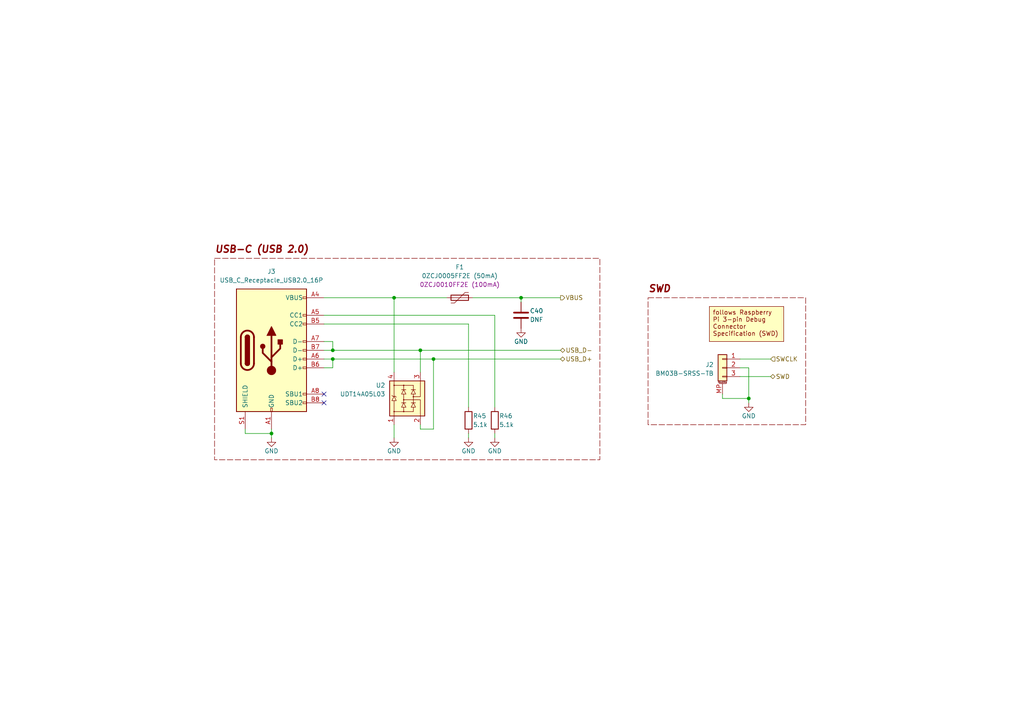
<source format=kicad_sch>
(kicad_sch (version 20230121) (generator eeschema)
  (paper "A4")
  (title_block (title "gkos pebble") (date "2024-03-23") (rev "1") (company "minteyay") (comment 1 "external connectors"))
  (lib_symbols
    (symbol "Connector:USB_C_Receptacle_USB2.0_16P" (pin_names (offset 1.016))
      (property "Reference" "J" (at 0 22.225 0))
      (property "Value" "USB_C_Receptacle_USB2.0_16P" (at 0 19.685 0))
      (symbol "USB_C_Receptacle_USB2.0_16P_0_0"
        (rectangle (start -0.254 -17.78) (end 0.254 -16.764))
        (rectangle (start 10.16 -14.986) (end 9.144 -15.494))
        (rectangle (start 10.16 -12.446) (end 9.144 -12.954))
        (rectangle (start 10.16 -4.826) (end 9.144 -5.334))
        (rectangle (start 10.16 -2.286) (end 9.144 -2.794))
        (rectangle (start 10.16 0.254) (end 9.144 -0.254))
        (rectangle (start 10.16 2.794) (end 9.144 2.286))
        (rectangle (start 10.16 7.874) (end 9.144 7.366))
        (rectangle (start 10.16 10.414) (end 9.144 9.906))
        (rectangle (start 10.16 15.494) (end 9.144 14.986))
      )
      (symbol "USB_C_Receptacle_USB2.0_16P_0_1"
        (rectangle (start -10.16 17.78) (end 10.16 -17.78) (stroke (width 0.254)) (fill (type background)))
        (arc (start -8.89 -3.81) (mid -6.985 -5.7067) (end -5.08 -3.81) (stroke (width 0.508)))
        (arc (start -7.62 -3.81) (mid -6.985 -4.4423) (end -6.35 -3.81) (stroke (width 0.254)))
        (arc (start -7.62 -3.81) (mid -6.985 -4.4423) (end -6.35 -3.81) (stroke (width 0.254)) (fill (type outline)))
        (rectangle (start -7.62 -3.81) (end -6.35 3.81) (stroke (width 0.254)) (fill (type outline)))
        (arc (start -6.35 3.81) (mid -6.985 4.4423) (end -7.62 3.81) (stroke (width 0.254)))
        (arc (start -6.35 3.81) (mid -6.985 4.4423) (end -7.62 3.81) (stroke (width 0.254)) (fill (type outline)))
        (arc (start -5.08 3.81) (mid -6.985 5.7067) (end -8.89 3.81) (stroke (width 0.508)))
        (circle (center -2.54 1.143) (radius 0.635) (stroke (width 0.254)) (fill (type outline)))
        (circle (center 0 -5.842) (radius 1.27) (fill (type outline)))
        (polyline (pts (xy -8.89 -3.81) (xy -8.89 3.81)) (stroke (width 0.508)))
        (polyline (pts (xy -5.08 3.81) (xy -5.08 -3.81)) (stroke (width 0.508)))
        (polyline (pts (xy 0 -5.842) (xy 0 4.318)) (stroke (width 0.508)))
        (polyline (pts (xy 0 -3.302) (xy -2.54 -0.762) (xy -2.54 0.508)) (stroke (width 0.508)))
        (polyline (pts (xy 0 -2.032) (xy 2.54 0.508) (xy 2.54 1.778)) (stroke (width 0.508)))
        (polyline (pts (xy -1.27 4.318) (xy 0 6.858) (xy 1.27 4.318) (xy -1.27 4.318)) (stroke (width 0.254)) (fill (type outline)))
        (rectangle (start 1.905 1.778) (end 3.175 3.048) (stroke (width 0.254)) (fill (type outline)))
      )
      (symbol "USB_C_Receptacle_USB2.0_16P_1_1"
        (pin passive line (at 0 -22.86 90) (length 5.08) (name "GND") (number "A1"))
        (pin passive line (at 0 -22.86 90) (length 5.08) hide (name "GND") (number "A12"))
        (pin passive line (at 15.24 15.24 180) (length 5.08) (name "VBUS") (number "A4"))
        (pin bidirectional line (at 15.24 10.16 180) (length 5.08) (name "CC1") (number "A5"))
        (pin bidirectional line (at 15.24 -2.54 180) (length 5.08) (name "D+") (number "A6"))
        (pin bidirectional line (at 15.24 2.54 180) (length 5.08) (name "D-") (number "A7"))
        (pin bidirectional line (at 15.24 -12.7 180) (length 5.08) (name "SBU1") (number "A8"))
        (pin passive line (at 15.24 15.24 180) (length 5.08) hide (name "VBUS") (number "A9"))
        (pin passive line (at 0 -22.86 90) (length 5.08) hide (name "GND") (number "B1"))
        (pin passive line (at 0 -22.86 90) (length 5.08) hide (name "GND") (number "B12"))
        (pin passive line (at 15.24 15.24 180) (length 5.08) hide (name "VBUS") (number "B4"))
        (pin bidirectional line (at 15.24 7.62 180) (length 5.08) (name "CC2") (number "B5"))
        (pin bidirectional line (at 15.24 -5.08 180) (length 5.08) (name "D+") (number "B6"))
        (pin bidirectional line (at 15.24 0 180) (length 5.08) (name "D-") (number "B7"))
        (pin bidirectional line (at 15.24 -15.24 180) (length 5.08) (name "SBU2") (number "B8"))
        (pin passive line (at 15.24 15.24 180) (length 5.08) hide (name "VBUS") (number "B9"))
        (pin passive line (at -7.62 -22.86 90) (length 5.08) (name "SHIELD") (number "S1"))
      )
    )
    (symbol "Connector_Generic_MountingPin:Conn_01x03_MountingPin" (pin_names (offset 1.016) hide)
      (property "Reference" "J" (at 0 5.08 0))
      (property "Value" "Conn_01x03_MountingPin" (at 1.27 -5.08 0))
      (symbol "Conn_01x03_MountingPin_1_1"
        (rectangle (start -1.27 -2.413) (end 0 -2.667) (stroke (width 0.1524)))
        (rectangle (start -1.27 0.127) (end 0 -0.127) (stroke (width 0.1524)))
        (rectangle (start -1.27 2.667) (end 0 2.413) (stroke (width 0.1524)))
        (rectangle (start -1.27 3.81) (end 1.27 -3.81) (stroke (width 0.254)) (fill (type background)))
        (polyline (pts (xy -1.016 -4.572) (xy 1.016 -4.572)) (stroke (width 0.1524)))
        (text "Mounting" (at 0 -4.191 0) (effects (font (size 0.381 0.381))))
        (pin passive line (at -5.08 2.54 0) (length 3.81) (name "Pin_1") (number "1"))
        (pin passive line (at -5.08 0 0) (length 3.81) (name "Pin_2") (number "2"))
        (pin passive line (at -5.08 -2.54 0) (length 3.81) (name "Pin_3") (number "3"))
        (pin passive line (at 0 -7.62 90) (length 3.048) (name "MountPin") (number "MP"))
      )
    )
    (symbol "Device:C" (pin_numbers hide) (pin_names (offset 0.254))
      (property "Reference" "C" (at 0.635 2.54 0))
      (property "Value" "C" (at 0.635 -2.54 0))
      (symbol "C_0_1"
        (polyline (pts (xy -2.032 -0.762) (xy 2.032 -0.762)) (stroke (width 0.508)))
        (polyline (pts (xy -2.032 0.762) (xy 2.032 0.762)) (stroke (width 0.508)))
      )
      (symbol "C_1_1"
        (pin passive line (at 0 3.81 270) (length 2.794) (name "~") (number "1"))
        (pin passive line (at 0 -3.81 90) (length 2.794) (name "~") (number "2"))
      )
    )
    (symbol "Device:Polyfuse" (pin_numbers hide) (pin_names (offset 0))
      (property "Reference" "F" (at -2.54 0 90))
      (property "Value" "Polyfuse" (at 2.54 0 90))
      (symbol "Polyfuse_0_1"
        (rectangle (start -0.762 2.54) (end 0.762 -2.54) (stroke (width 0.254)))
        (polyline (pts (xy 0 2.54) (xy 0 -2.54)))
        (polyline (pts (xy -1.524 2.54) (xy -1.524 1.524) (xy 1.524 -1.524) (xy 1.524 -2.54)))
      )
      (symbol "Polyfuse_1_1"
        (pin passive line (at 0 3.81 270) (length 1.27) (name "~") (number "1"))
        (pin passive line (at 0 -3.81 90) (length 1.27) (name "~") (number "2"))
      )
    )
    (symbol "Device:R" (pin_numbers hide) (pin_names (offset 0))
      (property "Reference" "R" (at 2.032 0 90))
      (property "Value" "R" (at 0 0 90))
      (symbol "R_0_1"
        (rectangle (start -1.016 -2.54) (end 1.016 2.54) (stroke (width 0.254)))
      )
      (symbol "R_1_1"
        (pin passive line (at 0 3.81 270) (length 1.27) (name "~") (number "1"))
        (pin passive line (at 0 -3.81 90) (length 1.27) (name "~") (number "2"))
      )
    )
    (symbol "power:GND" (power) (pin_names (offset 0))
      (property "Value" "GND" (at 0 -3.81 0))
      (symbol "GND_0_1"
        (polyline (pts (xy 0 0) (xy 0 -1.27) (xy 1.27 -1.27) (xy 0 -2.54) (xy -1.27 -1.27) (xy 0 -1.27)))
      )
      (symbol "GND_1_1"
        (pin power_in line (at 0 0 270) (length 0) hide (name "GND") (number "1"))
      )
    )
    (symbol "user:UDT14A05L03"
      (property "Reference" "U" (at -3.81 6.35 0))
      (property "Value" "UDT14A05L03" (at 1.27 -6.35 0))
      (symbol "UDT14A05L03_0_1"
        (circle (center -3.81 1.016) (radius 0.127))
        (circle (center -3.81 3.81) (radius 0.127))
        (circle (center -0.381 1.016) (radius 0.127))
        (polyline (pts (xy -5.08 3.81) (xy -0.635 3.81)))
        (polyline (pts (xy -3.81 3.81) (xy -3.81 -1.778)))
        (polyline (pts (xy -2.54 -1.778) (xy -3.81 -1.778)))
        (polyline (pts (xy -2.54 1.016) (xy -3.81 1.016)))
        (polyline (pts (xy -1.27 -1.143) (xy -1.27 -2.413)))
        (polyline (pts (xy -1.27 1.651) (xy -1.27 0.381)))
        (polyline (pts (xy -1.143 -1.778) (xy 1.27 -1.778)))
        (polyline (pts (xy -1.143 1.016) (xy 1.27 1.016)))
        (polyline (pts (xy -0.508 0.635) (xy -0.508 0.635)))
        (polyline (pts (xy 0.762 3.81) (xy 5.207 3.81)))
        (polyline (pts (xy 2.54 -1.143) (xy 2.54 -2.413)))
        (polyline (pts (xy 2.54 1.651) (xy 2.54 0.381)))
        (polyline (pts (xy 2.667 1.016) (xy 3.81 1.016)))
        (polyline (pts (xy 3.81 -1.778) (xy 2.54 -1.778)))
        (polyline (pts (xy 3.81 -1.778) (xy 3.81 3.81)))
        (polyline (pts (xy -5.08 -3.81) (xy -0.381 -3.81) (xy -0.381 1.016)))
        (polyline (pts (xy 0.508 -1.778) (xy 0.508 -3.81) (xy 4.953 -3.81)))
        (polyline (pts (xy -2.54 -1.143) (xy -2.54 -2.413) (xy -1.27 -1.778) (xy -2.54 -1.143)))
        (polyline (pts (xy -2.54 0.381) (xy -2.54 1.651) (xy -1.27 1.016) (xy -2.54 0.381)))
        (polyline (pts (xy 0.889 4.445) (xy 0.635 4.191) (xy 0.635 3.429) (xy 0.381 3.175)))
        (polyline (pts (xy 1.27 -1.143) (xy 1.27 -2.413) (xy 2.54 -1.778) (xy 1.27 -1.143)))
        (polyline (pts (xy 1.27 0.381) (xy 1.27 1.651) (xy 2.54 1.016) (xy 1.27 0.381)))
        (circle (center 0.508 -1.778) (radius 0.127))
        (circle (center 3.81 1.016) (radius 0.127))
        (circle (center 3.81 3.81) (radius 0.127))
      )
      (symbol "UDT14A05L03_1_1"
        (rectangle (start -5.08 5.08) (end 5.08 -5.08) (stroke (width 0.254)) (fill (type background)))
        (polyline (pts (xy -0.635 4.445) (xy -0.635 3.175) (xy 0.635 3.81) (xy -0.635 4.445)))
        (pin passive line (at -7.62 3.81 0) (length 2.54) (name "~") (number "1"))
        (pin passive line (at -7.62 -3.81 0) (length 2.54) (name "~") (number "2"))
        (pin passive line (at 7.62 -3.81 180) (length 2.54) (name "~") (number "3"))
        (pin passive line (at 7.62 3.81 180) (length 2.54) (name "~") (number "4"))
      )
    )
  )
  (junction (at 114.3 86.36))
  (junction (at 125.73 104.14))
  (junction (at 96.52 104.14))
  (junction (at 96.52 101.6))
  (junction (at 78.74 125.73))
  (junction (at 151.13 86.36))
  (junction (at 121.92 101.6))
  (junction (at 217.17 115.57))
  (no_connect (at 93.98 116.84))
  (no_connect (at 93.98 114.3))
  (wire (pts (xy 151.13 87.63) (xy 151.13 86.36)))
  (wire (pts (xy 209.55 114.3) (xy 209.55 115.57)))
  (wire (pts (xy 71.12 124.46) (xy 71.12 125.73)))
  (wire (pts (xy 114.3 86.36) (xy 114.3 107.95)))
  (wire (pts (xy 93.98 99.06) (xy 96.52 99.06)))
  (wire (pts (xy 93.98 104.14) (xy 96.52 104.14)))
  (wire (pts (xy 96.52 101.6) (xy 121.92 101.6)))
  (wire (pts (xy 96.52 106.68) (xy 96.52 104.14)))
  (wire (pts (xy 121.92 123.19) (xy 121.92 124.46)))
  (wire (pts (xy 135.89 125.73) (xy 135.89 127)))
  (wire (pts (xy 121.92 101.6) (xy 121.92 107.95)))
  (wire (pts (xy 96.52 104.14) (xy 125.73 104.14)))
  (wire (pts (xy 96.52 99.06) (xy 96.52 101.6)))
  (wire (pts (xy 217.17 106.68) (xy 217.17 115.57)))
  (wire (pts (xy 78.74 125.73) (xy 78.74 124.46)))
  (wire (pts (xy 125.73 124.46) (xy 125.73 104.14)))
  (wire (pts (xy 93.98 86.36) (xy 114.3 86.36)))
  (wire (pts (xy 151.13 86.36) (xy 162.56 86.36)))
  (wire (pts (xy 135.89 93.98) (xy 135.89 118.11)))
  (wire (pts (xy 93.98 101.6) (xy 96.52 101.6)))
  (wire (pts (xy 71.12 125.73) (xy 78.74 125.73)))
  (wire (pts (xy 143.51 91.44) (xy 143.51 118.11)))
  (wire (pts (xy 214.63 106.68) (xy 217.17 106.68)))
  (wire (pts (xy 93.98 106.68) (xy 96.52 106.68)))
  (wire (pts (xy 121.92 101.6) (xy 162.56 101.6)))
  (wire (pts (xy 114.3 86.36) (xy 129.54 86.36)))
  (wire (pts (xy 214.63 104.14) (xy 223.52 104.14)))
  (wire (pts (xy 214.63 109.22) (xy 223.52 109.22)))
  (wire (pts (xy 217.17 115.57) (xy 217.17 116.84)))
  (wire (pts (xy 125.73 104.14) (xy 162.56 104.14)))
  (wire (pts (xy 78.74 125.73) (xy 78.74 127)))
  (wire (pts (xy 137.16 86.36) (xy 151.13 86.36)))
  (wire (pts (xy 121.92 124.46) (xy 125.73 124.46)))
  (wire (pts (xy 93.98 91.44) (xy 143.51 91.44)))
  (wire (pts (xy 209.55 115.57) (xy 217.17 115.57)))
  (wire (pts (xy 143.51 125.73) (xy 143.51 127)))
  (wire (pts (xy 114.3 123.19) (xy 114.3 127)))
  (wire (pts (xy 93.98 93.98) (xy 135.89 93.98)))
  (text_box "" (at 62.23 74.93 0) (size 111.76 58.42) (stroke (width 0) (type dash) (color 132 0 0 1)) (effects (font (size 1.27 1.27)) (justify left top)))
  (text_box "follows Raspberry Pi 3-pin Debug Connector Specification (SWD)" (at 205.74 88.9 0) (size 21.59 10.16) (stroke (width 0) (color 132 0 0 1)) (fill (type color) (color 255 255 194 1)) (effects (font (size 1.27 1.27)) (justify left top)))
  (text_box "" (at 187.96 86.36 0) (size 45.72 36.83) (stroke (width 0) (type dash) (color 132 0 0 1)) (effects (font (size 1.27 1.27)) (justify left top)))
  (text "SWD" (at 187.96 85.09 0) (effects (font (size 2 2) (thickness 0.4) bold italic) (justify left bottom)))
  (text "USB-C (USB 2.0)" (at 62.23 73.66 0) (effects (font (size 2 2) (thickness 0.4) bold italic) (justify left bottom)))
  (hierarchical_label "SWD" (shape bidirectional) (at 223.52 109.22 0))
  (hierarchical_label "USB_D+" (shape bidirectional) (at 162.56 104.14 0))
  (hierarchical_label "USB_D-" (shape bidirectional) (at 162.56 101.6 0))
  (hierarchical_label "SWCLK" (shape input) (at 223.52 104.14 0))
  (hierarchical_label "VBUS" (shape output) (at 162.56 86.36 0))
  (symbol (lib_id "power:GND") (at 151.13 95.25 0) (unit 1)
    (property "Reference" "#PWR081" (effects hide))
    (property "Value" "GND" (at 151.13 99.06 0))
  )
  (symbol (lib_id "Device:R") (at 143.51 121.92 0) (unit 1)
    (property "Reference" "R46" (at 144.78 120.65 0) (effects (justify left)))
    (property "Value" "5.1k" (at 144.78 123.19 0) (effects (justify left)))
    (property "Footprint" "Resistor_SMD:R_0805_2012Metric" (effects hide))
  )
  (symbol (lib_id "Device:Polyfuse") (at 133.35 86.36 90) (unit 1)
    (property "Reference" "F1" (at 133.35 77.47 90))
    (property "Value" "0ZCJ0005FF2E (50mA)" (at 133.35 80.01 90))
    (property "Footprint" "Resistor_SMD:R_1206_3216Metric" (effects hide))
    (property "Alt value" "0ZCJ0010FF2E (100mA)" (at 133.35 82.55 90))
  )
  (symbol (lib_id "power:GND") (at 135.89 127 0) (unit 1)
    (property "Reference" "#PWR083" (effects hide))
    (property "Value" "GND" (at 135.89 130.81 0))
  )
  (symbol (lib_id "power:GND") (at 217.17 116.84 0) (unit 1)
    (property "Reference" "#PWR082" (effects hide))
    (property "Value" "GND" (at 217.17 120.65 0))
  )
  (symbol (lib_id "Connector_Generic_MountingPin:Conn_01x03_MountingPin") (at 209.55 106.68 0) (mirror y) (unit 1)
    (property "Reference" "J2" (at 207.01 105.7656 0) (effects (justify left)))
    (property "Value" "BM03B-SRSS-TB" (at 207.01 108.3056 0) (effects (justify left)))
    (property "Footprint" "Connector_JST:JST_SH_BM03B-SRSS-TB_1x03-1MP_P1.00mm_Vertical" (effects hide))
  )
  (symbol (lib_id "power:GND") (at 114.3 127 0) (unit 1)
    (property "Reference" "#PWR080" (effects hide))
    (property "Value" "GND" (at 114.3 130.81 0))
  )
  (symbol (lib_id "power:GND") (at 78.74 127 0) (unit 1)
    (property "Reference" "#PWR085" (effects hide))
    (property "Value" "GND" (at 78.74 130.81 0))
  )
  (symbol (lib_id "power:GND") (at 143.51 127 0) (unit 1)
    (property "Reference" "#PWR084" (effects hide))
    (property "Value" "GND" (at 143.51 130.81 0))
  )
  (symbol (lib_id "user:UDT14A05L03") (at 118.11 115.57 90) (unit 1)
    (property "Reference" "U2" (at 111.76 111.76 90) (effects (justify left)))
    (property "Value" "UDT14A05L03" (at 111.76 114.3 90) (effects (justify left)))
    (property "Footprint" "Package_TO_SOT_SMD:SOT-143_Handsoldering" (effects hide))
  )
  (symbol (lib_id "Device:R") (at 135.89 121.92 0) (unit 1)
    (property "Reference" "R45" (at 137.16 120.65 0) (effects (justify left)))
    (property "Value" "5.1k" (at 137.16 123.19 0) (effects (justify left)))
    (property "Footprint" "Resistor_SMD:R_0805_2012Metric" (effects hide))
  )
  (symbol (lib_id "Device:C") (at 151.13 91.44 0) (unit 1)
    (property "Reference" "C40" (at 153.67 90.17 0) (effects (justify left)))
    (property "Value" "DNF" (at 153.67 92.71 0) (effects (justify left)))
    (property "Footprint" "Capacitor_SMD:C_0805_2012Metric" (effects hide))
  )
  (symbol (lib_id "Connector:USB_C_Receptacle_USB2.0_16P") (at 78.74 101.6 0) (unit 1)
    (property "Reference" "J3" (at 78.74 78.74 0))
    (property "Value" "USB_C_Receptacle_USB2.0_16P" (at 78.74 81.28 0))
    (property "Datasheet" "https://www.usb.org/sites/default/files/documents/usb_type-c.zip" (effects hide))
  )
)
</source>
